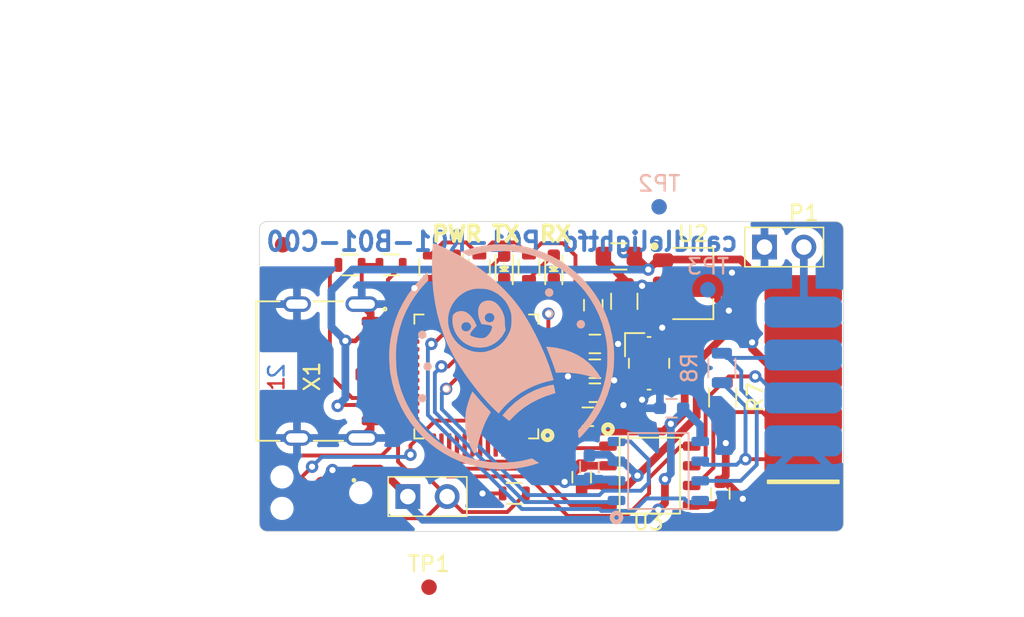
<source format=kicad_pcb>
(kicad_pcb (version 20221018) (generator pcbnew)
  (title_block (title "${title}") (date "2022-03-07") (rev "R${release}") (company "${company}") (comment 1 "${release_state}") (comment 2 "${prefix}-P${type_number}-R${release}-B${pcb_variant}-C${pcb_ci}") (comment 3 "hardware/${prefix}-S${type_number}_${short_desciption}"))
  (layers (0 "F.Cu" signal) (31 "B.Cu" signal) (34 "B.Paste" user) (35 "F.Paste" user) (36 "B.SilkS" user "B.Silkscreen") (37 "F.SilkS" user "F.Silkscreen") (38 "B.Mask" user) (39 "F.Mask" user) (44 "Edge.Cuts" user))
  (property "company" "Linux Automation GmbH")
  (property "pcb_ci" "00")
  (property "pcb_variant" "01")
  (property "prefix" "candlelightfd")
  (property "release" "01")
  (property "release_state" "draft")
  (property "sch_ci" "00")
  (property "sch_variant" "01")
  (property "short_desciption" "candlelightfd")
  (property "title" "Candlelight FD")
  (property "type_number" "01")
  (net 0 "")
  (net 1 "+3V3")
  (net 2 "GND")
  (net 3 "+5V")
  (net 4 "/USB_N")
  (net 5 "/USB_P")
  (net 6 "Net-(D1-A)")
  (net 7 "Net-(D2-A)")
  (net 8 "Net-(D3-A)")
  (net 9 "+12V")
  (net 10 "Net-(X1-CC2)")
  (net 11 "Net-(X1-CC1)")
  (net 12 "/MCU/SWCLK")
  (net 13 "/CAN1_H")
  (net 14 "/CAN1_L")
  (net 15 "/CAN2_H")
  (net 16 "/CAN2_L")
  (net 17 "/MCU/SWDIO")
  (net 18 "/CAN Transiver/CAN2_RX")
  (net 19 "/CAN Transiver/CAN2_TX")
  (net 20 "/CAN Transiver/CAN1_RX")
  (net 21 "/CAN Transiver/CAN1_TX")
  (net 22 "/CAN Transiver/CAN1_S")
  (net 23 "/CAN Transiver/CAN2_S")
  (net 25 "/SH")
  (net 29 "/MCU/NRST")
  (net 30 "/MCU/LED_TX")
  (net 31 "/MCU/LED_RX")
  (net 32 "Net-(U1F-PF0{slash}OSC_IN)")
  (net 33 "Net-(U1F-PF1{slash}OSC_OUT)")
  (net 38 "unconnected-(U1A-PA1-Pad12)")
  (footprint "Connector_Tag-Connect:TC2030-NL" (layer "F.Cu") (at 105 137.5 180)
    (fp_text reference "X3" hide)
    (fp_text value "TC2030-NL")
  )
  (footprint "Resistors_SMD:R_0603" (layer "F.Cu") (at 109.5 122.8 180)
    (fp_text reference "R2" hide)
    (fp_text value "5k1_0603_100mW_1%_E24_Chip-Resistor" hide)
  )
  (footprint "Capacitors_SMD:C_0603" (layer "F.Cu") (at 122.65 127.9 180)
    (fp_text reference "C2" hide)
    (fp_text value "6p2_0603_C0G_5%_50V_-40C..125C_Chip-Capacitor" hide)
  )
  (footprint "Capacitors_SMD:C_0603" (layer "F.Cu") (at 130.75 137.55 90)
    (fp_text reference "C8" hide)
    (fp_text value "100n_0603_X7R_10%_50V_-40C..125C_Chip-Capacitor" hide)
  )
  (footprint "mechanical:LAYERSTACK_TB" (layer "F.Cu") (at 101.9 129.25 90)
    (fp_text reference "NB2" hide)
    (fp_text value "LAYERSTACK_TB" hide)
  )
  (footprint "Resistors_SMD:R_0603" (layer "F.Cu") (at 106.85 122.8)
    (fp_text reference "R1" hide)
    (fp_text value "5k1_0603_100mW_1%_E24_Chip-Resistor" hide)
  )
  (footprint "Capacitors_SMD:C_0603" (layer "F.Cu") (at 122.2 132.6)
    (fp_text reference "C4" hide)
    (fp_text value "100n" hide)
  )
  (footprint "LEDs_Kingbright:LED_Kingbright_0603" (layer "F.Cu") (at 116.8 122.95 90)
    (fp_text reference "D1" hide)
    (fp_text value "KPT-1608SGC" hide)
  )
  (footprint "Resistors_SMD:R_0603" (layer "F.Cu") (at 117.45 137.55 180)
    (fp_text reference "R6" hide)
    (fp_text value "10k_0603_100mW_1%_E24_Chip-Resistor" hide)
  )
  (footprint "Capacitors_SMD:C_0805" (layer "F.Cu") (at 124.2 122.25 180)
    (fp_text reference "C6" hide)
    (fp_text value "10u_0805_X7R_10%_10V_-40C..125C_Chip-Capacitor" hide)
  )
  (footprint "TO_SMD:SOT-89" (layer "F.Cu") (at 129 124)
    (fp_text reference "U2")
    (fp_text value "MCP1754ST-3302E/MB" hide)
  )
  (footprint "Capacitors_SMD:C_0603" (layer "F.Cu") (at 122.65 129.5 180)
    (fp_text reference "C1" hide)
    (fp_text value "6p2_0603_C0G_5%_50V_-40C..125C_Chip-Capacitor" hide)
  )
  (footprint "QFP:LQFP-48_7mmx7mm_Pitch0.5mm" (layer "F.Cu") (at 115 130 90)
    (fp_text reference "U1" hide)
    (fp_text value "STM32G0B1CBT" hide)
  )
  (footprint "Capacitors_SMD:C_0603" (layer "F.Cu") (at 122.65 131.05)
    (fp_text reference "C5" hide)
    (fp_text value "100n" hide)
  )
  (footprint "Socket_GCT:USB4105_pasteInHole" (layer "F.Cu") (at 107.105 129.65 -90)
    (fp_text reference "X1")
    (fp_text value "629722000214_pasteInHole" hide)
  )
  (footprint "d-sub:D-SUB-9_side" (layer "F.Cu") (at 138.8 130 -90)
    (fp_text reference "X2" hide)
    (fp_text value "~" hide)
  )
  (footprint "mechanical:Passermarke_1mm_1.8mmx1.8mm" (layer "F.Cu") (at 102.5 121.5)
    (fp_text reference "NB4" hide)
    (fp_text value "Passermarke_1mm_1.8mmx1.8mm" hide)
  )
  (footprint "Capacitors_SMD:C_0603" (layer "F.Cu") (at 122.55 125.4 90)
    (fp_text reference "C3" hide)
    (fp_text value "100n" hide)
  )
  (footprint "Connector_generic:TP1.0mm" (layer "F.Cu") (at 111.95 143.6)
    (fp_text reference "TP1")
    (fp_text value "TP1.0mm" hide)
  )
  (footprint "crystal:Crystal_4Pin_SMD_3.2mmx2.5mm" (layer "F.Cu") (at 126.15 129.15 -90)
    (fp_text reference "Y1" hide)
    (fp_text value "830055299" hide)
  )
  (footprint "Resistors_SMD:R_0603" (layer "F.Cu") (at 115.2 122.95 -90)
    (fp_text reference "R3" hide)
    (fp_text value "1k_0603_100mW_1%_E24_Chip-Resistor" hide)
  )
  (footprint "tssop:SOIC-8_3.90mmx4.90mm_Pitch1.27mm" (layer "F.Cu") (at 126.2 136.4)
    (fp_text reference "U3")
    (fp_text value "TJA1051T3" hide)
  )
  (footprint "Connector_generic:Header_1x2_Pitch2.54mm" (layer "F.Cu") (at 113.12 137.75)
    (fp_text reference "P2" hide)
    (fp_text value "CONN_01X02" hide)
  )
  (footprint "Capacitors_SMD:C_0805" (layer "F.Cu") (at 124.55 125.15 90)
    (fp_text reference "C7" hide)
    (fp_text value "10u_0805_X7R_10%_10V_-40C..125C_Chip-Capacitor" hide)
  )
  (footprint "Connector_generic:Header_1x2_Pitch2.54mm" (layer "F.Cu") (at 136.14 121.65)
    (fp_text reference "P1")
    (fp_text value "CONN_01X02" hide)
  )
  (footprint "Capacitors_SMD:C_0603" (layer "F.Cu") (at 121.8 136.5 90)
    (fp_text reference "C10" hide)
    (fp_text value "100n_0603_X7R_10%_50V_-40C..125C_Chip-Capacitor" hide)
  )
  (footprint "LEDs_Kingbright:LED_Kingbright_0603" (layer "F.Cu") (at 120 122.95 90)
    (fp_text reference "D2" hide)
    (fp_text value "KPT-1608SGC" hide)
  )
  (footprint "Resistors_SMD:R_0603" (layer "F.Cu") (at 112 122.95 -90)
    (fp_text reference "R5" hide)
    (fp_text value "1k_0603_100mW_1%_E24_Chip-Resistor" hide)
  )
  (footprint "Resistors_SMD:R_0805" (layer "F.Cu") (at 130.9 131.35 -90)
    (fp_text reference "R7")
    (fp_text value "120R_0805_125mW_1%_E24_Chip-Resistor" hide)
  )
  (footprint "Resistors_SMD:R_0603" (layer "F.Cu") (at 118.4 122.95 -90)
    (fp_text reference "R4" hide)
    (fp_text value "1k_0603_100mW_1%_E24_Chip-Resistor" hide)
  )
  (footprint "LEDs_Kingbright:LED_Kingbright_0603" (layer "F.Cu") (at 113.6 122.95 90)
    (fp_text reference "D3" hide)
    (fp_text value "KPT-1608EC" hide)
  )
  (footprint "mechanical:Passermarke_1mm_1.8mmx1.8mm" (layer "F.Cu") (at 136 138.5)
    (fp_text reference "NB3" hide)
    (fp_text value "Passermarke_1mm_1.8mmx1.8mm" hide)
  )
  (footprint "tssop:SOIC-8_3.90mmx4.90mm_Pitch1.27mm" (layer "B.Cu") (at 126.75 136.1)
    (fp_text reference "U4" hide)
    (fp_text value "TJA1051T3" hide)
  )
  (footprint "Capacitors_SMD:C_0603" (layer "B.Cu") (at 127.6 132.05 180)
    (fp_text reference "C9" hide)
    (fp_text value "100n_0603_X7R_10%_50V_-40C..125C_Chip-Capacitor" hide)
  )
  (footprint "Resistors_SMD:R_0805" (layer "B.Cu") (at 130.85 129.45 -90)
    (fp_text reference "R8")
    (fp_text value "120R_0805_125mW_1%_E24_Chip-Resistor" hide)
  )
  (footprint "Connector_generic:TP1.0mm" (layer "B.Cu") (at 129.95 124.4 180)
    (fp_text reference "TP3")
    (fp_text value "TP1.0mm" hide)
  )
  (footprint "Capacitors_SMD:C_0603" (layer "B.Cu") (at 122.3 135.85 -90)
    (fp_text reference "C11" hide)
    (fp_text value "100n_0603_X7R_10%_50V_-40C..125C_Chip-Capacitor" hide)
  )
  (footprint "Connector_generic:TP1.0mm" (layer "B.Cu") (at 126.8 119.05 180)
    (fp_text reference "TP2")
    (fp_text value "TP1.0mm" hide)
  )
  (footprint "mechanical:lag_rocket_14.5mmx15mm" (layer "B.Cu") (at 116.65 128.9 180)
    (fp_text reference "NB1" hide)
    (fp_text value "LAG_Rocket" hide)
  )
  (gr_arc (start 138.7 139.5) (mid 138.553553 139.853553) (end 138.2 140) (stroke (width 0.05)) (layer "Edge.Cuts"))
  (gr_line (start 101 139.5) (end 101 120.5) (stroke (width 0.05)) (layer "Edge.Cuts"))
  (gr_line (start 101.5 120) (end 138.2 120) (stroke (width 0.05)) (layer "Edge.Cuts"))
  (gr_arc (start 101.5 140) (mid 101.146447 139.853553) (end 101 139.5) (stroke (width 0.05)) (layer "Edge.Cuts"))
  (gr_arc (start 138.2 120) (mid 138.553553 120.146447) (end 138.7 120.5) (stroke (width 0.05)) (layer "Edge.Cuts"))
  (gr_line (start 138.2 140) (end 101.5 140) (stroke (width 0.05)) (layer "Edge.Cuts"))
  (gr_line (start 138.7 120.5) (end 138.7 139.5) (stroke (width 0.05)) (layer "Edge.Cuts"))
  (gr_arc (start 101 120.5) (mid 101.146447 120.146447) (end 101.5 120) (stroke (width 0.05)) (layer "Edge.Cuts"))
  (gr_text "${prefix}-P${type_number}-R${release}-B${pcb_variant}-C${pcb_ci}" (at 116.65 121.3) (layer "B.Cu") (effects (font (size 1.2 1.15) (thickness 0.25) bold) (justify mirror)))
  (gr_text "RX" (at 120.1 120.8) (layer "F.SilkS") (effects (font (size 1 1) (thickness 0.25))))
  (gr_text "PWR" (at 113.75 120.8) (layer "F.SilkS") (effects (font (size 1 1) (thickness 0.25))))
  (gr_text "TX" (at 116.9 120.8) (layer "F.SilkS") (effects (font (size 1 1) (thickness 0.25))))
  (segment (start 108.78 135.95) (end 110.58 137.75) (width 0.5) (layer "F.Cu") (net 1))
  (segment (start 121.4 132.416386) (end 121.4 132.55) (width 0.25) (layer "F.Cu") (net 1))
  (segment (start 128.45 132.35) (end 128.45 126.1) (width 0.5) (layer "F.Cu") (net 1))
  (segment (start 118.4 122.2) (end 117.55 121.35) (width 0.25) (layer "F.Cu") (net 1))
  (segment (start 128.9 138.305) (end 130.695 138.305) (width 0.5) (layer "F.Cu") (net 1))
  (segment (start 121.4 122.2) (end 120.6 121.4) (width 0.25) (layer "F.Cu") (net 1))
  (segment (start 126.75 138.6) (end 127.1755 138.1745) (width 0.5) (layer "F.Cu") (net 1))
  (segment (start 121.95 125.4) (end 121.4 124.85) (width 0.25) (layer "F.Cu") (net 1))
  (segment (start 120.233614 131.25) (end 121.4 132.416386) (width 0.25) (layer "F.Cu") (net 1))
  (segment (start 119.2 121.4) (end 118.4 122.2) (width 0.25) (layer "F.Cu") (net 1))
  (segment (start 117.55 121.35) (end 116.05 121.35) (width 0.25) (layer "F.Cu") (net 1))
  (segment (start 119.425 130.75) (end 119.425 131.25) (width 0.25) (layer "F.Cu") (net 1))
  (segment (start 127.060148 133.55) (end 127.555074 133.055074) (width 0.5) (layer "F.Cu") (net 1))
  (segment (start 106.27 136.865) (end 107.185 135.95) (width 0.5) (layer "F.Cu") (net 1))
  (segment (start 121.4 124.85) (end 121.4 122.2) (width 0.25) (layer "F.Cu") (net 1))
  (segment (start 116.05 121.35) (end 115.2 122.2) (width 0.25) (layer "F.Cu") (net 1))
  (segment (start 127.85 125.5) (end 127.05 125.5) (width 0.5) (layer "F.Cu") (net 1))
  (segment (start 120.95 131.05) (end 121.9 131.05) (width 0.25) (layer "F.Cu") (net 1))
  (segment (start 121.4 132.55) (end 122.4 133.55) (width 0.5) (layer "F.Cu") (net 1))
  (segment (start 127.1755 138.1745) (end 127.1755 136.6255) (width 0.5) (layer "F.Cu") (net 1))
  (segment (start 124.5 126.25) (end 124.5 126.1) (width 0.25) (layer "F.Cu") (net 1))
  (segment (start 120.6 121.4) (end 119.2 121.4) (width 0.25) (layer "F.Cu") (net 1))
  (segment (start 119.425 130.25) (end 120.15 130.25) (width 0.25) (layer "F.Cu") (net 1))
  (segment (start 123.8 125.4) (end 121.95 125.4) (width 0.25) (layer "F.Cu") (net 1))
  (segment (start 128.45 126.1) (end 127.85 125.5) (width 0.5) (layer "F.Cu") (net 1))
  (segment (start 112 122.2) (end 112.85 121.35) (width 0.25) (layer "F.Cu") (net 1))
  (segment (start 119.425 131.25) (end 120.233614 131.25) (width 0.25) (layer "F.Cu") (net 1))
  (segment (start 122.4 133.55) (end 127.060148 133.55) (width 0.5) (layer "F.Cu") (net 1))
  (segment (start 124.5 126.25) (end 126.3 126.25) (width 0.5) (layer "F.Cu") (net 1))
  (segment (start 127.555074 133.055074) (end 127.744926 133.055074) (width 0.5) (layer "F.Cu") (net 1))
  (segment (start 124.5 126.1) (end 123.8 125.4) (width 0.25) (layer "F.Cu") (net 1))
  (segment (start 126.3 126.25) (end 127.05 125.5) (width 0.5) (layer "F.Cu") (net 1))
  (segment (start 127.744926 133.055074) (end 128.45 132.35) (width 0.5) (layer "F.Cu") (net 1))
  (segment (start 121.9 132.05) (end 121.9 131.05) (width 0.5) (layer "F.Cu") (net 1))
  (segment (start 130.695 138.305) (end 130.75 138.25) (width 0.5) (layer "F.Cu") (net 1))
  (segment (start 114.35 121.35) (end 115.2 122.2) (width 0.25) (layer "F.Cu") (net 1))
  (segment (start 107.185 135.95) (end 108.78 135.95) (width 0.5) (layer "F.Cu") (net 1))
  (segment (start 121.4 132.55) (end 121.9 132.05) (width 0.5) (layer "F.Cu") (net 1))
  (segment (start 120.15 130.25) (end 120.95 131.05) (width 0.25) (layer "F.Cu") (net 1))
  (segment (start 112.85 121.35) (end 114.35 121.35) (width 0.25) (layer "F.Cu") (net 1))
  (via (at 126.75 138.6) (size 0.8) (drill 0.4) (layers "F.Cu" "B.Cu") (net 1))
  (via (at 127.555074 133.055074) (size 0.8) (drill 0.4) (layers "F.Cu" "B.Cu") (net 1))
  (via (at 127.1755 136.6255) (size 0.8) (drill 0.4) (layers "F.Cu" "B.Cu") (net 1))
  (segment (start 127.1755 136.6255) (end 127.555074 136.245926) (width 0.5) (layer "B.Cu") (net 1))
  (segment (start 127.555074 136.245926) (end 127.555074 133.055074) (width 0.5) (layer "B.Cu") (net 1))
  (segment (start 126.1 139.25) (end 111.55 139.25) (width 0.5) (layer "B.Cu") (net 1))
  (segment (start 127.555074 133.055074) (end 128.35 132.260148) (width 0.5) (layer "B.Cu") (net 1))
  (segment (start 110.58 138.28) (end 110.58 137.75) (width 0.5) (layer "B.Cu") (net 1))
  (segment (start 129.45 133.15) (end 128.35 132.05) (width 0.5) (layer "B.Cu") (net 1))
  (segment (start 128.35 132.260148) (end 128.35 132.05) (width 0.5) (layer "B.Cu") (net 1))
  (segment (start 129.45 134.195) (end 129.45 133.15) (width 0.5) (layer "B.Cu") (net 1))
  (segment (start 111.55 139.25) (end 110.58 138.28) (width 0.5) (layer "B.Cu") (net 1))
  (segment (start 126.75 138.6) (end 126.1 139.25) (width 0.5) (layer "B.Cu") (net 1))
  (segment (start 124.6 124.15) (end 124.225 124.525) (width 0.5) (layer "F.Cu") (net 2))
  (segment (start 130.75 136.75) (end 131.05 136.75) (width 0.5) (layer "F.Cu") (net 2))
  (segment (start 132.8 127.8) (end 132.8 128.2) (width 0.5) (layer "F.Cu") (net 2))
  (segment (start 131.1 136.4) (end 131.1 134.3) (width 0.5) (layer "F.Cu") (net 2))
  (segment (start 123.9 130.25) (end 123.9 130) (width 0.5) (layer "F.Cu") (net 2))
  (segment (start 129.55 124) (end 131.3 125.75) (width 0.5) (layer "F.Cu") (net 2))
  (segment (start 121.865 135.765) (end 121.8 135.7) (width 0.5) (layer "F.Cu") (net 2))
  (segment (start 120.7 136.8) (end 121.8 135.7) (width 0.5) (layer "F.Cu") (net 2))
  (segment (start 123.9 130.55) (end 123.9 130.25) (width 0.5) (layer "F.Cu") (net 2))
  (segment (start 123.2 132.55) (end 122.9 132.55) (width 0.5) (layer "F.Cu") (net 2))
  (segment (start 107.6 122.8) (end 107.605 122.805) (width 0.25) (layer "F.Cu") (net 2))
  (segment (start 125.7 131.5) (end 125.7 130.6) (width 0.5) (layer "F.Cu") (net 2))
  (segment (start 123.5 135.765) (end 121.865 135.765) (width 0.5) (layer "F.Cu") (net 2))
  (segment (start 123.4 127.9) (end 124.15 127.9) (width 0.5) (layer "F.Cu") (net 2))
  (segment (start 125.7 130.6) (end 125.35 130.25) (width 0.5) (layer "F.Cu") (net 2))
  (segment (start 127 126.85) (end 127 128) (width 0.5) (layer "F.Cu") (net 2))
  (segment (start 105.716784 136.148216) (end 105 136.865) (width 0.25) (layer "F.Cu") (net 2))
  (segment (start 125.7 124.15) (end 124.6 124.15) (width 0.5) (layer "F.Cu") (net 2))
  (segment (start 123.9 131.85) (end 123.2 132.55) (width 0.5) (layer "F.Cu") (net 2))
  (segment (start 108.18 125.905) (end 107.605 125.33) (width 0.5) (layer "F.Cu") (net 2))
  (segment (start 120.917241 129.992643) (end 120.674598 129.75) (width 0.25) (layer "F.Cu") (net 2))
  (segment (start 132.8 128.2) (end 134.6 130) (width 0.5) (layer "F.Cu") (net 2))
  (segment (start 120.674598 129.75) (end 119.425 129.75) (width 0.25) (layer "F.Cu") (net 2))
  (segment (start 127.25 124.15) (end 127.4 124) (width 0.5) (layer "F.Cu") (net 2))
  (segment (start 108.18 132.85) (end 108.18 133.395) (width 0.5) (layer "F.Cu") (net 2))
  (segment (start 124.1 124.65) (end 124.225 124.525) (width 0.5) (layer "F.Cu") (net 2))
  (segment (start 122.55 124.65) (end 124.1 124.65) (width 0.5) (layer "F.Cu") (net 2))
  (segment (start 123.9 130) (end 123.4 129.5) (width 0.5) (layer "F.Cu") (net 2))
  (segment (start 105.716784 136.040375) (end 105.716784 136.148216) (width 0.25) (layer "F.Cu") (net 2))
  (segment (start 123.9 131.55) (end 123.9 131.85) (width 0.5) (layer "F.Cu") (net 2))
  (segment (start 123.4 131.05) (end 123.9 130.55) (width 0.5) (layer "F.Cu") (net 2))
  (segment (start 130.75 136.75) (end 131.1 136.4) (width 0.5) (layer "F.Cu") (net 2))
  (segment (start 134.6 130) (end 136.325 130) (width 0.5) (layer "F.Cu") (net 2))
  (segment (start 113.6 123.6993) (end 112.9993 124.3) (width 0.2) (layer "F.Cu") (net 2))
  (segment (start 127 128) (end 126.95 128.05) (width 0.5) (layer "F.Cu") (net 2))
  (segment (start 124.775 123.975) (end 123.2 122.4) (width 0.5) (layer "F.Cu") (net 2))
  (segment (start 123.9 131.85) (end 124.5 131.85) (width 0.5) (layer "F.Cu") (net 2))
  (segment (start 129.4375 124) (end 130.8 124) (width 0.5) (layer "F.Cu") (net 2))
  (segment (start 125.7 124.15) (end 127.25 124.15) (width 0.5) (layer "F.Cu") (net 2))
  (segment (start 131.05 136.75) (end 132.2 137.9) (width 0.5) (layer "F.Cu") (net 2))
  (segment (start 107.605 122.805) (end 107.605 125.33) (width 0.25) (layer "F.Cu") (net 2))
  (segment (start 124.225 124.525) (end 124.775 123.975) (width 0.5) (layer "F.Cu") (net 2))
  (segment (start 108.18 133.395) (end 107.605 133.97) (width 0.5) (layer "F.Cu") (net 2))
  (segment (start 129.4375 124) (end 129.55 124) (width 0.5) (layer "F.Cu") (net 2))
  (segment (start 107.6 122.8) (end 108.75 122.8) (width 0.25) (layer "F.Cu") (net 2))
  (segment (start 116.7 137.55) (end 115.4 137.55) (width 0.25) (layer "F.Cu") (net 2))
  (segment (start 130.8 124) (end 131.5 123.3) (width 0.5) (layer "F.Cu") (net 2))
  (segment (start 123.4 131.05) (end 123.9 131.55) (width 0.5) (layer "F.Cu") (net 2))
  (segment (start 123 122.2) (end 123.2 122.4) (width 0.25) (layer "F.Cu") (net 2))
  (segment (start 108.18 126.45) (end 108.18 125.905) (width 0.5) (layer "F.Cu") (net 2))
  (segment (start 112.9993 124.3) (end 111 124.3) (width 0.2) (layer "F.Cu") (net 2))
  (via (at 111 124.3) (size 0.8) (drill 0.4) (layers "F.Cu" "B.Cu") (net 2))
  (via (at 124.15 127.9) (size 0.8) (drill 0.4) (layers "F.Cu" "B.Cu") (net 2))
  (via (at 131.5 123.3) (size 0.8) (drill 0.4) (layers "F.Cu" "B.Cu") (net 2))
  (via (at 132.8 127.8) (size 0.8) (drill 0.4) (layers "F.Cu" "B.Cu") (net 2))
  (via (at 105.716784 136.040375) (size 0.8) (drill 0.4) (layers "F.Cu" "B.Cu") (net 2))
  (via (at 120.7 136.8) (size 0.8) (drill 0.4) (layers "F.Cu" "B.Cu") (net 2))
  (via (at 131.3 125.75) (size 0.8) (drill 0.4) (layers "F.Cu" "B.Cu") (net 2))
  (via (at 125.7 124.15) (size 0.8) (drill 0.4) (layers "F.Cu" "B.Cu") (net 2))
  (via (at 127 126.85) (size 0.8) (drill 0.4) (layers "F.Cu" "B.Cu") (net 2))
  (via (at 124.5 131.85) (size 0.8) (drill 0.4) (layers "F.Cu" "B.Cu") (net 2))
  (via (at 123.9 130.25) (size 0.8) (drill 0.4) (layers "F.Cu" "B.Cu") (net 2))
  (via (at 125.7 131.5) (size 0.8) (drill 0.4) (layers "F.Cu" "B.Cu") (net 2))
  (via (at 115.4 137.55) (size 0.8) (drill 0.4) (layers "F.Cu" "B.Cu") (net 2))
  (via (at 132.2 137.9) (size 0.8) (drill 0.4) (layers "F.Cu" "B.Cu") (net 2))
  (via (at 120.917241 129.992643) (size 0.8) (drill 0.4) (layers "F.Cu" "B.Cu") (net 2))
  (via (at 131.1 134.3) (size 0.8) (drill 0.4) (layers "F.Cu" "B.Cu") (net 2))
  (segment (start 120.7 136.8) (end 122.1 136.8) (width 0.5) (layer "B.Cu") (net 2))
  (segment (start 122.45 136.65) (end 122.35 136.55) (width 0.5) (layer "B.Cu") (net 2))
  (segment (start 124.05 136.735) (end 123.965 136.65) (width 0.5) (layer "B.Cu") (net 2))
  (segment (start 123.965 136.65) (end 122.45 136.65) (width 0.5) (layer "B.Cu") (net 2))
  (segment (start 122.1 136.8) (end 122.35 136.55) (width 0.5) (layer "B.Cu") (net 2))
  (segment (start 125.7 124.15) (end 126.95 124.15) (width 0.5) (layer "B.Cu") (net 2))
  (segment (start 126.95 124.15) (end 127 124.2) (width 0.5) (layer "B.Cu") (net 2))
  (segment (start 121.965 137.035) (end 123.5 137.035) (width 0.5) (layer "F.Cu") (net 3))
  (segment (start 108.18 132.05) (end 107.604949 132.05) (width 0.25) (layer "F.Cu") (net 3))
  (segment (start 125.4 136.4) (end 124.765 137.035) (width 0.5) (layer "F.Cu") (net 3))
  (segment (start 125.45 122.45) (end 126.1 123.1) (width 0.5) (layer "F.Cu") (net 3))
  (segment (start 107.604949 132.05) (end 107.394949 131.84) (width 0.25) (layer "F.Cu") (net 3))
  (segment (start 125.4 136.4) (end 125.411523 136.4) (width 0.5) (layer "F.Cu") (net 3))
  (segment (start 127.1 122.45) (end 127.05 122.5) (width 0.5) (layer "F.Cu") (net 3))
  (segment (start 132.05 122.45) (end 127.1 122.45) (width 0.5) (layer "F.Cu") (net 3))
  (segment (start 108.18 127.25) (end 107.640305 127.25) (width 0.3) (layer "F.Cu") (net 3))
  (segment (start 125.411523 136.4) (end 129.225 132.586523) (width 0.5) (layer "F.Cu") (net 3))
  (segment (start 107.189805 127.7005) (end 106.55 127.7005) (width 0.3) (layer "F.Cu") (net 3))
  (segment (start 126.95 122.4) (end 127.05 122.5) (width 0.5) (layer "F.Cu") (net 3))
  (segment (start 124.765 137.035) (end 123.5 137.035) (width 0.5) (layer "F.Cu") (net 3))
  (segment (start 106.11 131.84) (end 106.05 131.9) (width 0.25) (layer "F.Cu") (net 3))
  (segment (start 129.225 129.125) (end 132.5 125.85) (width 0.5) (layer "F.Cu") (net 3))
  (segment (start 107.394949 131.84) (end 106.11 131.84) (width 0.25) (layer "F.Cu") (net 3))
  (segment (start 107.640305 127.25) (end 107.189805 127.7005) (width 0.3) (layer "F.Cu") (net 3))
  (segment (start 126.1 123.1) (end 126.8 122.4) (width 0.5) (layer "F.Cu") (net 3))
  (segment (start 129.225 132.586523) (end 129.225 129.125) (width 0.5) (layer "F.Cu") (net 3))
  (segment (start 132.5 122.9) (end 132.05 122.45) (width 0.5) (layer "F.Cu") (net 3))
  (segment (start 132.5 125.85) (end 132.5 122.9) (width 0.5) (layer "F.Cu") (net 3))
  (segment (start 121.8 137.2) (end 121.965 137.035) (width 0.5) (layer "F.Cu") (net 3))
  (segment (start 125.2 122.45) (end 125.45 122.45) (width 0.5) (layer "F.Cu") (net 3))
  (segment (start 126.8 122.4) (end 126.95 122.4) (width 0.5) (layer "F.Cu") (net 3))
  (via (at 106.05 131.9) (size 0.8) (drill 0.4) (layers "F.Cu" "B.Cu") (net 3))
  (via (at 125.4 136.4) (size 0.8) (drill 0.4) (layers "F.Cu" "B.Cu") (net 3))
  (via (at 106.55 127.7005) (size 0.8) (drill 0.4) (layers "F.Cu" "B.Cu") (net 3))
  (via (at 126.1 123.1) (size 0.8) (drill 0.4) (layers "F.Cu" "B.Cu") (net 3))
  (segment (start 122.35 135.05) (end 123.535 135.05) (width 0.5) (layer "B.Cu") (net 3))
  (segment (start 124.565 135.565) (end 125.4 136.4) (width 0.5) (layer "B.Cu") (net 3))
  (segment (start 126.1 123.1) (end 107 123.1) (width 0.5) (layer "B.Cu") (net 3))
  (segment (start 105.65 126.8005) (end 106.55 127.7005) (width 0.5) (layer "B.Cu") (net 3))
  (segment (start 123.535 135.05) (end 124.05 135.565) (width 0.5) (layer "B.Cu") (net 3))
  (segment (start 105.65 124.45) (end 105.65 126.8005) (width 0.5) (layer "B.Cu") (net 3))
  (segment (start 124.05 135.565) (end 124.565 135.565) (width 0.5) (layer "B.Cu") (net 3))
  (segment (start 106.55 127.7005) (end 106.55 131.4) (width 0.5) (layer "B.Cu") (net 3))
  (segment (start 106.55 131.4) (end 106.05 131.9) (width 0.5) (layer "B.Cu") (net 3))
  (segment (start 107 123.1) (end 105.65 124.45) (width 0.5) (layer "B.Cu") (net 3))
  (segment (start 108.18 128.9) (end 108.78533 128.9) (width 0.2) (layer "F.Cu") (net 4))
  (segment (start 109.1 129.21467) (end 109.1 129.9) (width 0.2) (layer "F.Cu") (net 4))
  (segment (start 109.525 130.325) (end 109.525 130.973259) (width 0.2) (layer "F.Cu") (net 4))
  (segment (start 109.525 130.973259) (end 109.801741 131.25) (width 0.2) (layer "F.Cu") (net 4))
  (segment (start 109.1 129.9) (end 109.525 130.325) (width 0.2) (layer "F.Cu") (net 4))
  (segment (start 109.801741 131.25) (end 110.575 131.25) (width 0.2) (layer "F.Cu") (net 4))
  (segment (start 108.78533 128.9) (end 109.1 129.21467) (width 0.2) (layer "F.Cu") (net 4))
  (segment (start 108.18 129.9) (end 109.1 129.9) (width 0.2) (layer "F.Cu") (net 4))
  (segment (start 108.78533 130.4) (end 109.1 130.71467) (width 0.2) (layer "F.Cu") (net 5))
  (segment (start 108.18 130.4) (end 108.78533 130.4) (width 0.2) (layer "F.Cu") (net 5))
  (segment (start 109.1 130.71467) (end 109.1 131.5) (width 0.2) (layer "F.Cu") (net 5))
  (segment (start 109.1 131.5) (end 109.35 131.75) (width 0.2) (layer "F.Cu") (net 5))
  (segment (start 108.18 130.4) (end 107.57467 130.4) (width 0.2) (layer "F.Cu") (net 5))
  (segment (start 107.305 129.595) (end 107.5 129.4) (width 0.2) (layer "F.Cu") (net 5))
  (segment (start 107.5 129.4) (end 108.18 129.4) (width 0.2) (layer "F.Cu") (net 5))
  (segment (start 107.57467 130.4) (end 107.305 130.13033) (width 0.2) (layer "F.Cu") (net 5))
  (segment (start 107.305 130.13033) (end 107.305 129.595) (width 0.2) (layer "F.Cu") (net 5))
  (segment (start 109.35 131.75) (end 110.575 131.75) (width 0.2) (layer "F.Cu") (net 5))
  (segment (start 116.6993 122.2007) (end 115.2 123.7) (width 0.25) (layer "F.Cu") (net 6))
  (segment (start 116.8 122.2007) (end 116.6993 122.2007) (width 0.25) (layer "F.Cu") (net 6))
  (segment (start 119.8993 122.2007) (end 118.4 123.7) (width 0.25) (layer "F.Cu") (net 7))
  (segment (start 120 122.2007) (end 119.8993 122.2007) (width 0.25) (layer "F.Cu") (net 7))
  (segment (start 113.6 122.2007) (end 113.4993 122.2007) (width 0.25) (layer "F.Cu") (net 8))
  (segment (start 113.4993 122.2007) (end 112 123.7) (width 0.25) (layer "F.Cu") (net 8))
  (segment (start 136.14 125.805) (end 136.1 125.845) (width 0.5) (layer "B.Cu") (net 9))
  (segment (start 136.14 121.65) (end 136.14 125.805) (width 0.5) (layer "B.Cu") (net 9))
  (segment (start 108.18 131.4) (end 108.17 131.39) (width 0.25) (layer "F.Cu") (net 10))
  (segment (start 106.99 131.39) (end 105.55 129.95) (width 0.25) (layer "F.Cu") (net 10))
  (segment (start 108.17 131.39) (end 106.99 131.39) (width 0.25) (layer "F.Cu") (net 10))
  (segment (start 105.55 123.35) (end 106.1 122.8) (width 0.25) (layer "F.Cu") (net 10))
  (segment (start 105.55 129.95) (end 105.55 123.35) (width 0.25) (layer "F.Cu") (net 10))
  (segment (start 109.3 123.75) (end 110.25 122.8) (width 0.25) (layer "F.Cu") (net 11))
  (segment (start 109.3 128.2) (end 109.3 123.75) (width 0.25) (layer "F.Cu") (net 11))
  (segment (start 108.18 128.4) (end 109.1 128.4) (width 0.25) (layer "F.Cu") (net 11))
  (segment (start 109.1 128.4) (end 109.3 128.2) (width 0.25) (layer "F.Cu") (net 11))
  (segment (start 111.72 139.15) (end 113.12 137.75) (width 0.25) (layer "F.Cu") (net 12))
  (segment (start 107.286 139.15) (end 111.72 139.15) (width 0.25) (layer "F.Cu") (net 12))
  (segment (start 117 138.75) (end 118.2 137.55) (width 0.25) (layer "F.Cu") (net 12))
  (segment (start 106.27 138.134) (end 107.286 139.15) (width 0.25) (layer "F.Cu") (net 12))
  (segment (start 113.12 137.75) (end 114.12 138.75) (width 0.25) (layer "F.Cu") (net 12))
  (segment (start 110.5 136.05) (end 111.42 136.05) (width 0.25) (layer "F.Cu") (net 12))
  (segment (start 110.575 132.84) (end 110.56 132.84) (width 0.25) (layer "F.Cu") (net 12))
  (segment (start 114.12 138.75) (end 117 138.75) (width 0.25) (layer "F.Cu") (net 12))
  (segment (start 109.95 135.5) (end 110.5 136.05) (width 0.25) (layer "F.Cu") (net 12))
  (segment (start 110.56 132.84) (end 109.95 133.45) (width 0.25) (layer "F.Cu") (net 12))
  (segment (start 111.42 136.05) (end 113.12 137.75) (width 0.25) (layer "F.Cu") (net 12))
  (segment (start 109.95 133.45) (end 109.95 135.5) (width 0.25) (layer "F.Cu") (net 12))
  (segment (start 129.3175 135.765) (end 129.8 135.2825) (width 0.25) (layer "F.Cu") (net 13))
  (segment (start 129.8 131.5) (end 130.9 130.4) (width 0.25) (layer "F.Cu") (net 13))
  (segment (start 128.9 135.765) (end 129.3175 135.765) (width 0.25) (layer "F.Cu") (net 13))
  (segment (start 131.3 130) (end 130.9 130.4) (width 0.25) (layer "F.Cu") (net 13))
  (segment (start 133.0005 130) (end 131.3 130) (width 0.25) (layer "F.Cu") (net 13))
  (segment (start 129.8 135.2825) (end 129.8 131.5) (width 0.25) (layer "F.Cu") (net 13))
  (via (at 133.0005 130) (size 0.8) (drill 0.4) (layers "F.Cu" "B.Cu") (net 13))
  (segment (start 136.24 131.3) (end 136.325 131.385) (width 0.25) (layer "B.Cu") (net 13))
  (segment (start 133.2 130) (end 134.5 131.3) (width 0.25) (layer "B.Cu") (net 13))
  (segment (start 134.5 131.3) (end 136.24 131.3) (width 0.25) (layer "B.Cu") (net 13))
  (segment (start 133.0005 130) (end 133.2 130) (width 0.25) (layer "B.Cu") (net 13))
  (segment (start 130.3 135.9) (end 130.3 132.9) (width 0.25) (layer "F.Cu") (net 14))
  (segment (start 130.3 132.9) (end 130.9 132.3) (width 0.25) (layer "F.Cu") (net 14))
  (segment (start 129.165 137.035) (end 130.3 135.9) (width 0.25) (layer "F.Cu") (net 14))
  (segment (start 133.45 132.3) (end 133.92 132.77) (width 0.25) (layer "F.Cu") (net 14))
  (segment (start 130.9 132.3) (end 133.45 132.3) (width 0.25) (layer "F.Cu") (net 14))
  (segment (start 133.92 132.77) (end 136.325 132.77) (width 0.25) (layer "F.Cu") (net 14))
  (segment (start 128.9 137.035) (end 129.165 137.035) (width 0.25) (layer "F.Cu") (net 14))
  (segment (start 133.1 131.85) (end 133.1 135.7) (width 0.25) (layer "B.Cu") (net 15))
  (segment (start 130.95 128.5) (end 132.1 129.65) (width 0.25) (layer "B.Cu") (net 15))
  (segment (start 132.1 129.65) (end 132.1 130.85) (width 0.25) (layer "B.Cu") (net 15))
  (segment (start 130.85 128.5) (end 130.95 128.5) (width 0.25) (layer "B.Cu") (net 15))
  (segment (start 132.065 136.735) (end 129.45 136.735) (width 0.25) (layer "B.Cu") (net 15))
  (segment (start 131.15 128.8) (end 135.915 128.8) (width 0.25) (layer "B.Cu") (net 15))
  (segment (start 133.1 135.7) (end 132.065 136.735) (width 0.25) (layer "B.Cu") (net 15))
  (segment (start 132.1 130.85) (end 133.1 131.85) (width 0.25) (layer "B.Cu") (net 15))
  (segment (start 130.85 128.5) (end 131.15 128.8) (width 0.25) (layer "B.Cu") (net 15))
  (segment (start 135.915 128.8) (end 136.1 128.615) (width 0.25) (layer "B.Cu") (net 15))
  (segment (start 132.3755 135.337701) (end 134.687701 135.337701) (width 0.25) (layer "F.Cu") (net 16))
  (segment (start 134.89 135.54) (end 136.1 135.54) (width 0.25) (layer "F.Cu") (net 16))
  (segment (start 134.687701 135.337701) (end 134.89 135.54) (width 0.25) (layer "F.Cu") (net 16))
  (via (at 132.3755 135.337701) (size 0.8) (drill 0.4) (layers "F.Cu" "B.Cu") (net 16))
  (segment (start 129.685 135.7) (end 129.45 135.465) (width 0.25) (layer "B.Cu") (net 16))
  (segment (start 131.8 135.7) (end 129.685 135.7) (width 0.25) (layer "B.Cu") (net 16))
  (segment (start 132.3755 135.337701) (end 132.162299 135.337701) (width 0.25) (layer "B.Cu") (net 16))
  (segment (start 132.3755 135.337701) (end 132.3755 131.9255) (width 0.25) (layer "B.Cu") (net 16))
  (segment (start 132.162299 135.337701) (end 131.8 135.7) (width 0.25) (layer "B.Cu") (net 16))
  (segment (start 132.3755 131.9255) (end 130.85 130.4) (width 0.25) (layer "B.Cu") (net 16))
  (segment (start 101.5 138.9) (end 102.1 139.5) (width 0.25) (layer "F.Cu") (net 17))
  (segment (start 108.9 135.1) (end 102.3 135.1) (width 0.25) (layer "F.Cu") (net 17))
  (segment (start 101.5 135.9) (end 101.5 138.9) (width 0.25) (layer "F.Cu") (net 17))
  (segment (start 109.778604 132.25) (end 109.4 132.628604) (width 0.25) (layer "F.Cu") (net 17))
  (segment (start 109.4 132.628604) (end 109.4 134.6) (width 0.25) (layer "F.Cu") (net 17))
  (segment (start 105 138.7) (end 105 138.135) (width 0.25) (layer "F.Cu") (net 17))
  (segment (start 102.1 139.5) (end 104.2 139.5) (width 0.25) (layer "F.Cu") (net 17))
  (segment (start 104.2 139.5) (end 105 138.7) (width 0.25) (layer "F.Cu") (net 17))
  (segment (start 109.4 134.6) (end 108.9 135.1) (width 0.25) (layer "F.Cu") (net 17))
  (segment (start 110.575 132.25) (end 109.778604 132.25) (width 0.25) (layer "F.Cu") (net 17))
  (segment (start 102.3 135.1) (end 101.5 135.9) (width 0.25) (layer "F.Cu") (net 17))
  (segment (start 114.75 129.1) (end 114.75 125.575) (width 0.25) (layer "F.Cu") (net 18))
  (segment (start 113.05 130.8) (end 114.75 129.1) (width 0.25) (layer "F.Cu") (net 18))
  (via (at 113.05 130.8) (size 0.8) (drill 0.4) (layers "F.Cu" "B.Cu") (net 18))
  (segment (start 126.125 135.375) (end 126.125 136.875) (width 0.25) (layer "B.Cu") (net 18))
  (segment (start 125.625 137.375) (end 123.225 137.375) (width 0.25) (layer "B.Cu") (net 18))
  (segment (start 126.125 136.875) (end 125.625 137.375) (width 0.25) (layer "B.Cu") (net 18))
  (segment (start 124.945 134.195) (end 126.125 135.375) (width 0.25) (layer "B.Cu") (net 18))
  (segment (start 118.316701 137.655) (end 112.775 132.113299) (width 0.25) (layer "B.Cu") (net 18))
  (segment (start 122.945 137.655) (end 118.316701 137.655) (width 0.25) (layer "B.Cu") (net 18))
  (segment (start 112.775 132.113299) (end 112.775 131.075) (width 0.25) (layer "B.Cu") (net 18))
  (segment (start 112.775 131.075) (end 113.05 130.8) (width 0.25) (layer "B.Cu") (net 18))
  (segment (start 123.225 137.375) (end 122.945 137.655) (width 0.25) (layer "B.Cu") (net 18))
  (segment (start 124.05 134.195) (end 124.945 134.195) (width 0.25) (layer "B.Cu") (net 18))
  (segment (start 113.2 129.35) (end 114.25 128.3) (width 0.25) (layer "F.Cu") (net 19))
  (segment (start 114.25 128.3) (end 114.25 125.575) (width 0.25) (layer "F.Cu") (net 19))
  (segment (start 112.75 129.35) (end 113.2 129.35) (width 0.25) (layer "F.Cu") (net 19))
  (via (at 112.75 129.35) (size 0.8) (drill 0.4) (layers "F.Cu" "B.Cu") (net 19))
  (segment (start 112.325 129.775) (end 112.325 132.299695) (width 0.25) (layer "B.Cu") (net 19))
  (segment (start 112.325 132.299695) (end 118.130305 138.105) (width 0.25) (layer "B.Cu") (net 19))
  (segment (start 112.75 129.35) (end 112.325 129.775) (width 0.25) (layer "B.Cu") (net 19))
  (segment (start 118.130305 138.105) (end 124.05 138.105) (width 0.25) (layer "B.Cu") (net 19))
  (segment (start 123.5 138.305) (end 121.105 138.305) (width 0.25) (layer "F.Cu") (net 20))
  (segment (start 121.105 138.305) (end 118.75 135.95) (width 0.25) (layer "F.Cu") (net 20))
  (segment (start 118.75 135.95) (end 113.32999 135.95) (width 0.25) (layer "F.Cu") (net 20))
  (segment (start 113.32999 135.95) (end 112.75 135.37001) (width 0.25) (layer "F.Cu") (net 20))
  (segment (start 112.75 135.37001) (end 112.75 134.425) (width 0.25) (layer "F.Cu") (net 20))
  (segment (start 113.516386 135.5) (end 118.4 135.5) (width 0.25) (layer "F.Cu") (net 21))
  (segment (start 119.275 134.625) (end 123.37 134.625) (width 0.25) (layer "F.Cu") (net 21))
  (segment (start 113.25 135.233614) (end 113.516386 135.5) (width 0.25) (layer "F.Cu") (net 21))
  (segment (start 113.25 134.425) (end 113.25 135.233614) (width 0.25) (layer "F.Cu") (net 21))
  (segment (start 123.37 134.625) (end 123.5 134.495) (width 0.25) (layer "F.Cu") (net 21))
  (segment (start 118.4 135.5) (end 119.275 134.625) (width 0.25) (layer "F.Cu") (net 21))
  (segment (start 124.7 139) (end 120.9 139) (width 0.25) (layer "F.Cu") (net 22))
  (segment (start 113.15 136.45) (end 112.2 135.5) (width 0.25) (layer "F.Cu") (net 22))
  (segment (start 128.205 134.495) (end 126.15 136.55) (width 0.25) (layer "F.Cu") (net 22))
  (segment (start 118.35 136.45) (end 113.15 136.45) (width 0.25) (layer "F.Cu") (net 22))
  (segment (start 128.9 134.495) (end 128.205 134.495) (width 0.25) (layer "F.Cu") (net 22))
  (segment (start 126.15 136.55) (end 126.15 137.55) (width 0.25) (layer "F.Cu") (net 22))
  (segment (start 112.2 134.465) (end 112.16 134.425) (width 0.25) (layer "F.Cu") (net 22))
  (segment (start 120.9 139) (end 118.35 136.45) (width 0.25) (layer "F.Cu") (net 22))
  (segment (start 126.15 137.55) (end 124.7 139) (width 0.25) (layer "F.Cu") (net 22))
  (segment (start 112.2 135.5) (end 112.2 134.465) (width 0.25) (layer "F.Cu") (net 22))
  (segment (start 128.9 134.495) (end 129.205 134.495) (width 0.25) (layer "F.Cu") (net 22))
  (segment (start 112.233614 127.9) (end 112.1 127.9) (width 0.25) (layer "F.Cu") (net 23))
  (segment (start 113.75 126.383614) (end 112.233614 127.9) (width 0.25) (layer "F.Cu") (net 23))
  (segment (start 113.75 125.575) (end 113.75 126.383614) (width 0.25) (layer "F.Cu") (net 23))
  (via (at 112.1 127.9) (size 0.8) (drill 0.4) (layers "F.Cu" "B.Cu") (net 23))
  (segment (start 122.95 138.555) (end 123.07 138.675) (width 0.25) (layer "B.Cu") (net 23))
  (segment (start 128.655 138.105) (end 129.45 138.105) (width 0.25) (layer "B.Cu") (net 23))
  (segment (start 117.943909 138.555) (end 122.95 138.555) (width 0.25) (layer "B.Cu") (net 23))
  (segment (start 111.875 128.125) (end 111.875 132.486091) (width 0.25) (layer "B.Cu") (net 23))
  (segment (start 128.425 137.875) (end 128.655 138.105) (width 0.25) (layer "B.Cu") (net 23))
  (segment (start 125.975 137.875) (end 128.425 137.875) (width 0.25) (layer "B.Cu") (net 23))
  (segment (start 123.07 138.675) (end 125.175 138.675) (width 0.25) (layer "B.Cu") (net 23))
  (segment (start 112.1 127.9) (end 111.875 128.125) (width 0.25) (layer "B.Cu") (net 23))
  (segment (start 111.875 132.486091) (end 117.943909 138.555) (width 0.25) (layer "B.Cu") (net 23))
  (segment (start 125.175 138.675) (end 125.975 137.875) (width 0.25) (layer "B.Cu") (net 23))
  (segment (start 120.5 127.983614) (end 120.233614 128.25) (width 0.25) (layer "F.Cu") (net 29))
  (segment (start 110.75 135.05) (end 110.75 134.448604) (width 0.25) (layer "F.Cu") (net 29))
  (segment (start 112.348604 132.85) (end 117.35 132.85) (width 0.25) (layer "F.Cu") (net 29))
  (segment (start 103.73 136.865) (end 103.73 136.4945) (width 0.25) (layer "F.Cu") (net 29))
  (segment (start 122.55 126.15) (end 121.35 126.15) (width 0.25) (layer "F.Cu") (net 29))
  (segment (start 110.75 134.448604) (end 112.348604 132.85) (width 0.25) (layer "F.Cu") (net 29))
  (segment (start 118.616386 128.25) (end 119.425 128.25) (width 0.25) (layer "F.Cu") (net 29))
  (segment (start 117.75 129.116386) (end 118.616386 128.25) (width 0.25) (layer "F.Cu") (net 29))
  (segment (start 120.233614 128.25) (end 119.425 128.25) (width 0.25) (layer "F.Cu") (net 29))
  (segment (start 117.75 132.45) (end 117.75 129.116386) (width 0.25) (layer "F.Cu") (net 29))
  (segment (start 103.73 136.4945) (end 104.4 135.8245) (width 0.25) (layer "F.Cu") (net 29))
  (segment (start 121.35 126.15) (end 120.5 127) (width 0.25) (layer "F.Cu") (net 29))
  (segment (start 117.35 132.85) (end 117.75 132.45) (width 0.25) (layer "F.Cu") (net 29))
  (segment (start 120.5 127) (end 120.5 127.983614) (width 0.25) (layer "F.Cu") (net 29))
  (via (at 110.75 135.05) (size 0.8) (drill 0.4) (layers "F.Cu" "B.Cu") (net 29))
  (via (at 104.4 135.8245) (size 0.8) (drill 0.4) (layers "F.Cu" "B.Cu") (net 29))
  (segment (start 110.607898 135.192102) (end 105.032398 135.192102) (width 0.25) (layer "B.Cu") (net 29))
  (segment (start 105.032398 135.192102) (end 104.4 135.8245) (width 0.25) (layer "B.Cu") (net 29))
  (segment (start 110.75 135.05) (end 110.607898 135.192102) (width 0.25) (layer "B.Cu") (net 29))
  (segment (start 116.75 123.7493) (end 116.75 125.575) (width 0.25) (layer "F.Cu") (net 30))
  (segment (start 116.8 123.6993) (end 116.75 123.7493) (width 0.25) (layer "F.Cu") (net 30))
  (segment (start 117.25 124.65) (end 117.5 124.4) (width 0.2) (layer "F.Cu") (net 31))
  (segment (start 117.25 125.575) (end 117.25 124.65) (width 0.2) (layer "F.Cu") (net 31))
  (segment (start 117.5 124.4) (end 119.2993 124.4) (width 0.2) (layer "F.Cu") (net 31))
  (segment (start 119.2993 124.4) (end 120 123.6993) (width 0.2) (layer "F.Cu") (net 31))
  (segment (start 121.9 129.5) (end 122.6 128.8) (width 0.25) (layer "F.Cu") (net 32))
  (segment (start 126.95 129.5) (end 126.95 130.25) (width 0.25) (layer "F.Cu") (net 32))
  (segment (start 121.65 129.25) (end 121.9 129.5) (width 0.25) (layer "F.Cu") (net 32))
  (segment (start 126.6 129.15) (end 126.95 129.5) (width 0.25) (layer "F.Cu") (net 32))
  (segment (start 124.174784 129.15) (end 126.6 129.15) (width 0.25) (layer "F.Cu") (net 32))
  (segment (start 119.425 129.25) (end 121.65 129.25) (width 0.25) (layer "F.Cu") (net 32))
  (segment (start 123.824784 128.8) (end 124.174784 129.15) (width 0.25) (layer "F.Cu") (net 32))
  (segment (start 122.6 128.8) (end 123.824784 128.8) (width 0.25) (layer "F.Cu") (net 32))
  (segment (start 119.425 128.75) (end 121.05 128.75) (width 0.25) (layer "F.Cu") (net 33))
  (segment (start 125.35 127.45) (end 125.075 127.175) (width 0.25) (layer "F.Cu") (net 33))
  (segment (start 125.35 128.05) (end 125.35 127.45) (width 0.25) (layer "F.Cu") (net 33))
  (segment (start 122.625 127.175) (end 121.9 127.9) (width 0.25) (layer "F.Cu") (net 33))
  (segment (start 125.075 127.175) (end 122.625 127.175) (width 0.25) (layer "F.Cu") (net 33))
  (segment (start 121.05 128.75) (end 121.9 127.9) (width 0.25) (layer "F.Cu") (net 33))
  (segment (start 119.65 126.935) (end 119.425 127.16) (width 0.25) (layer "F.Cu") (net 38))
  (segment (start 119.65 125.95) (end 119.65 126.935) (width 0.25) (layer "F.Cu") (net 38))
  (via (at 119.65 125.95) (size 0.8) (drill 0.4) (layers "F.Cu" "B.Cu") (net 38))
  (zone (net 2) (net_name "GND") (layer "B.Cu") (connect_pads (clearance 0.508)) (min_thickness 0.25) (fill yes (thermal_gap 0.5) (thermal_bridge_width 0.5))
    (polygon (pts (xy 99 118) (xy 99 142) (xy 141 142) (xy 141 118)))
  )
)
</source>
